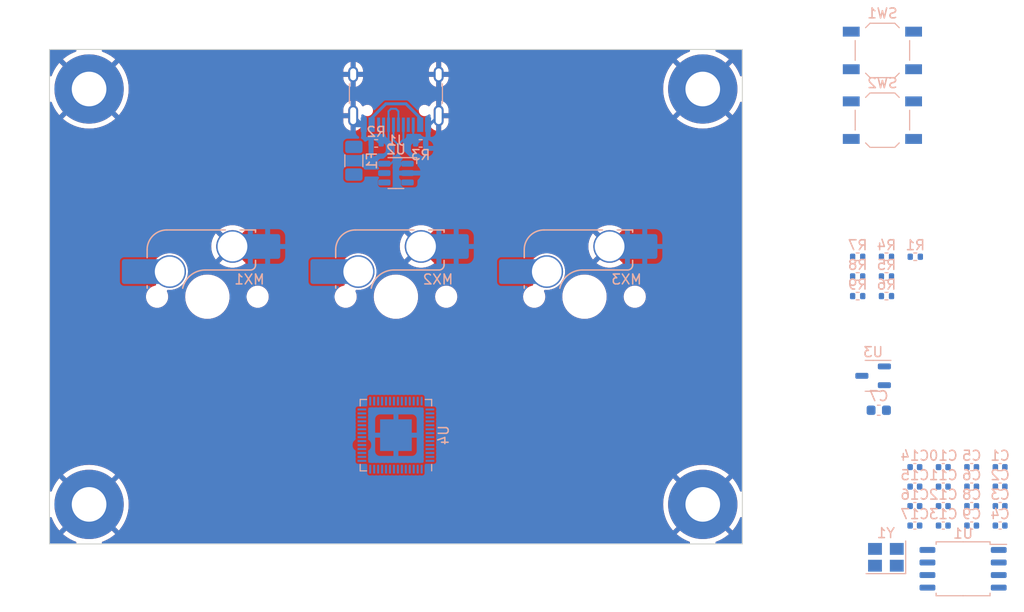
<source format=kicad_pcb>
(kicad_pcb (version 20221018) (generator pcbnew)
  (layers (0 "F.Cu" signal) (31 "B.Cu" signal) (34 "B.Paste" user) (35 "F.Paste" user) (36 "B.SilkS" user "B.Silkscreen") (37 "F.SilkS" user "F.Silkscreen") (38 "B.Mask" user) (39 "F.Mask" user) (44 "Edge.Cuts" user))
  (net 0 "")
  (net 1 "+1V1")
  (net 2 "GND")
  (net 3 "XIN")
  (net 4 "Net-(C3-Pad2)")
  (net 5 "+3V3")
  (net 6 "+5V")
  (net 7 "VBUS")
  (net 8 "Net-(J1-CC1)")
  (net 9 "D+")
  (net 10 "D-")
  (net 12 "Net-(J1-CC2)")
  (net 14 "K1")
  (net 15 "K2")
  (net 16 "K3")
  (net 17 "XOUT")
  (net 18 "RESET")
  (net 19 "Net-(R5-Pad1)")
  (net 20 "Q_SEL")
  (net 21 "Net-(R6-Pad2)")
  (net 22 "Net-(U4-USB_DP)")
  (net 23 "Net-(U4-USB_DM)")
  (net 24 "Q_IO1")
  (net 25 "Q_IO2")
  (net 26 "Q_IO0")
  (net 27 "Q_CLK")
  (net 28 "Q_IO3")
  (footprint "Capacitor_SMD:C_0402_1005Metric" (layer "B.Cu") (at 122.2326 72.199438 180)
    (fp_text reference "C9" (at 0 1.16) (layer "B.SilkS") (effects (justify mirror)))
    (fp_text value "100nF")
    (fp_line (start -0.107836 -0.36) (end 0.107836 -0.36) (stroke (width 0.12)) (layer "B.SilkS"))
    (fp_line (start -0.107836 0.36) (end 0.107836 0.36) (stroke (width 0.12)) (layer "B.SilkS"))
    (pad "1" smd roundrect (at -0.48 0 180) (size 0.56 0.62) (layers "B.Cu" "B.Paste" "B.Mask") (net 5 "+3V3"))
    (pad "2" smd roundrect (at 0.48 0 180) (size 0.56 0.62) (layers "B.Cu" "B.Paste" "B.Mask") (net 2 "GND"))
  )
  (footprint "Resistor_SMD:R_0402_1005Metric" (layer "B.Cu") (at 62.0626 33.559438 180)
    (fp_text reference "R2" (at 0 1.17) (layer "B.SilkS") (effects (justify mirror)))
    (fp_text value "5k1")
    (fp_line (start -0.153641 -0.38) (end 0.153641 -0.38) (stroke (width 0.12)) (layer "B.SilkS"))
    (fp_line (start -0.153641 0.38) (end 0.153641 0.38) (stroke (width 0.12)) (layer "B.SilkS"))
    (pad "1" smd roundrect (at -0.51 0 180) (size 0.54 0.64) (layers "B.Cu" "B.Paste" "B.Mask") (net 8 "Net-(J1-CC1)"))
    (pad "2" smd roundrect (at 0.51 0 180) (size 0.54 0.64) (layers "B.Cu" "B.Paste" "B.Mask") (net 2 "GND"))
  )
  (footprint "Resistor_SMD:R_0402_1005Metric" (layer "B.Cu") (at 110.7126 45.019438 180)
    (fp_text reference "R7" (at 0 1.17) (layer "B.SilkS") (effects (justify mirror)))
    (fp_text value "5k1")
    (fp_line (start -0.153641 -0.38) (end 0.153641 -0.38) (stroke (width 0.12)) (layer "B.SilkS"))
    (fp_line (start -0.153641 0.38) (end 0.153641 0.38) (stroke (width 0.12)) (layer "B.SilkS"))
    (pad "1" smd roundrect (at -0.51 0 180) (size 0.54 0.64) (layers "B.Cu" "B.Paste" "B.Mask") (net 21 "Net-(R6-Pad2)"))
    (pad "2" smd roundrect (at 0.51 0 180) (size 0.54 0.64) (layers "B.Cu" "B.Paste" "B.Mask") (net 20 "Q_SEL"))
  )
  (footprint "Resistor_SMD:R_0402_1005Metric" (layer "B.Cu") (at 113.6226 48.999438 180)
    (fp_text reference "R6" (at 0 1.17) (layer "B.SilkS") (effects (justify mirror)))
    (fp_text value "5k1")
    (fp_line (start -0.153641 -0.38) (end 0.153641 -0.38) (stroke (width 0.12)) (layer "B.SilkS"))
    (fp_line (start -0.153641 0.38) (end 0.153641 0.38) (stroke (width 0.12)) (layer "B.SilkS"))
    (pad "1" smd roundrect (at -0.51 0 180) (size 0.54 0.64) (layers "B.Cu" "B.Paste" "B.Mask") (net 5 "+3V3"))
    (pad "2" smd roundrect (at 0.51 0 180) (size 0.54 0.64) (layers "B.Cu" "B.Paste" "B.Mask") (net 21 "Net-(R6-Pad2)"))
  )
  (footprint "Capacitor_SMD:C_0402_1005Metric" (layer "B.Cu") (at 116.4926 66.289438 180)
    (fp_text reference "C14" (at 0 1.16) (layer "B.SilkS") (effects (justify mirror)))
    (fp_text value "100nF")
    (fp_line (start -0.107836 -0.36) (end 0.107836 -0.36) (stroke (width 0.12)) (layer "B.SilkS"))
    (fp_line (start -0.107836 0.36) (end 0.107836 0.36) (stroke (width 0.12)) (layer "B.SilkS"))
    (pad "1" smd roundrect (at -0.48 0 180) (size 0.56 0.62) (layers "B.Cu" "B.Paste" "B.Mask") (net 5 "+3V3"))
    (pad "2" smd roundrect (at 0.48 0 180) (size 0.56 0.62) (layers "B.Cu" "B.Paste" "B.Mask") (net 2 "GND"))
  )
  (footprint "Button_Switch_SMD:SW_SPST_TL3342" (layer "B.Cu") (at 113.2126 31.209438 180)
    (fp_text reference "SW2" (at 0 3.75) (layer "B.SilkS") (effects (justify mirror)))
    (fp_text value "SW_Push")
    (fp_line (start -2.75 1) (end -2.75 -1) (stroke (width 0.12)) (layer "B.SilkS"))
    (fp_line (start -1.7 -2.3) (end -1.25 -2.75) (stroke (width 0.12)) (layer "B.SilkS"))
    (fp_line (start -1.7 2.3) (end -1.25 2.75) (stroke (width 0.12)) (layer "B.SilkS"))
    (fp_line (start -1.25 -2.75) (end 1.25 -2.75) (stroke (width 0.12)) (layer "B.SilkS"))
    (fp_line (start -1.25 2.75) (end 1.25 2.75) (stroke (width 0.12)) (layer "B.SilkS"))
    (fp_line (start 1.7 -2.3) (end 1.25 -2.75) (stroke (width 0.12)) (layer "B.SilkS"))
    (fp_line (start 1.7 2.3) (end 1.25 2.75) (stroke (width 0.12)) (layer "B.SilkS"))
    (fp_line (start 2.75 1) (end 2.75 -1) (stroke (width 0.12)) (layer "B.SilkS"))
    (pad "1" smd rect (at -3.15 1.9 180) (size 1.7 1) (layers "B.Cu" "B.Paste" "B.Mask") (net 2 "GND"))
    (pad "1" smd rect (at 3.15 1.9 180) (size 1.7 1) (layers "B.Cu" "B.Paste" "B.Mask") (net 2 "GND"))
    (pad "2" smd rect (at -3.15 -1.9 180) (size 1.7 1) (layers "B.Cu" "B.Paste" "B.Mask") (net 19 "Net-(R5-Pad1)"))
    (pad "2" smd rect (at 3.15 -1.9 180) (size 1.7 1) (layers "B.Cu" "B.Paste" "B.Mask") (net 19 "Net-(R5-Pad1)"))
  )
  (footprint "Capacitor_SMD:C_0402_1005Metric" (layer "B.Cu") (at 119.3626 72.199438 180)
    (fp_text reference "C13" (at 0 1.16) (layer "B.SilkS") (effects (justify mirror)))
    (fp_text value "1uF")
    (fp_line (start -0.107836 -0.36) (end 0.107836 -0.36) (stroke (width 0.12)) (layer "B.SilkS"))
    (fp_line (start -0.107836 0.36) (end 0.107836 0.36) (stroke (width 0.12)) (layer "B.SilkS"))
    (pad "1" smd roundrect (at -0.48 0 180) (size 0.56 0.62) (layers "B.Cu" "B.Paste" "B.Mask") (net 6 "+5V"))
    (pad "2" smd roundrect (at 0.48 0 180) (size 0.56 0.62) (layers "B.Cu" "B.Paste" "B.Mask") (net 2 "GND"))
  )
  (footprint "Package_TO_SOT_SMD:SOT-23-3" (layer "B.Cu") (at 112.2726 57.059438 180)
    (fp_text reference "U3" (at 0 2.4) (layer "B.SilkS") (effects (justify mirror)))
    (fp_text value "XC6206P332MR")
    (fp_line (start 0 -1.56) (end -0.8 -1.56) (stroke (width 0.12)) (layer "B.SilkS"))
    (fp_line (start 0 -1.56) (end 0.8 -1.56) (stroke (width 0.12)) (layer "B.SilkS"))
    (fp_line (start 0 1.56) (end -1.8 1.56) (stroke (width 0.12)) (layer "B.SilkS"))
    (fp_line (start 0 1.56) (end 0.8 1.56) (stroke (width 0.12)) (layer "B.SilkS"))
    (pad "1" smd roundrect (at -1.1375 0.95 180) (size 1.325 0.6) (layers "B.Cu" "B.Paste" "B.Mask") (net 2 "GND"))
    (pad "2" smd roundrect (at -1.1375 -0.95 180) (size 1.325 0.6) (layers "B.Cu" "B.Paste" "B.Mask") (net 5 "+3V3"))
    (pad "3" smd roundrect (at 1.1375 0 180) (size 1.325 0.6) (layers "B.Cu" "B.Paste" "B.Mask") (net 6 "+5V"))
  )
  (footprint "Capacitor_SMD:C_0402_1005Metric" (layer "B.Cu") (at 116.4926 72.199438 180)
    (fp_text reference "C17" (at 0 1.16) (layer "B.SilkS") (effects (justify mirror)))
    (fp_text value "100nF")
    (fp_line (start -0.107836 -0.36) (end 0.107836 -0.36) (stroke (width 0.12)) (layer "B.SilkS"))
    (fp_line (start -0.107836 0.36) (end 0.107836 0.36) (stroke (width 0.12)) (layer "B.SilkS"))
    (pad "1" smd roundrect (at -0.48 0 180) (size 0.56 0.62) (layers "B.Cu" "B.Paste" "B.Mask") (net 5 "+3V3"))
    (pad "2" smd roundrect (at 0.48 0 180) (size 0.56 0.62) (layers "B.Cu" "B.Paste" "B.Mask") (net 2 "GND"))
  )
  (footprint "Resistor_SMD:R_0402_1005Metric" (layer "B.Cu") (at 113.6226 47.009438 180)
    (fp_text reference "R5" (at 0 1.17) (layer "B.SilkS") (effects (justify mirror)))
    (fp_text value "1k")
    (fp_line (start -0.153641 -0.38) (end 0.153641 -0.38) (stroke (width 0.12)) (layer "B.SilkS"))
    (fp_line (start -0.153641 0.38) (end 0.153641 0.38) (stroke (width 0.12)) (layer "B.SilkS"))
    (pad "1" smd roundrect (at -0.51 0 180) (size 0.54 0.64) (layers "B.Cu" "B.Paste" "B.Mask") (net 19 "Net-(R5-Pad1)"))
    (pad "2" smd roundrect (at 0.51 0 180) (size 0.54 0.64) (layers "B.Cu" "B.Paste" "B.Mask") (net 20 "Q_SEL"))
  )
  (footprint "Capacitor_SMD:C_0402_1005Metric" (layer "B.Cu") (at 122.2326 70.229438 180)
    (fp_text reference "C8" (at 0 1.16) (layer "B.SilkS") (effects (justify mirror)))
    (fp_text value "1uF")
    (fp_line (start -0.107836 -0.36) (end 0.107836 -0.36) (stroke (width 0.12)) (layer "B.SilkS"))
    (fp_line (start -0.107836 0.36) (end 0.107836 0.36) (stroke (width 0.12)) (layer "B.SilkS"))
    (pad "1" smd roundrect (at -0.48 0 180) (size 0.56 0.62) (layers "B.Cu" "B.Paste" "B.Mask") (net 5 "+3V3"))
    (pad "2" smd roundrect (at 0.48 0 180) (size 0.56 0.62) (layers "B.Cu" "B.Paste" "B.Mask") (net 2 "GND"))
  )
  (footprint "PCM_marbastlib-various:SOT-23-6-routable" (layer "B.Cu") (at 64.0626 36.559438 180)
    (fp_text reference "U2" (at 0 2.4) (layer "B.SilkS") (effects (justify mirror)))
    (fp_text value "SRV05-4")
    (fp_line (start -2.1 0.95) (end -2.1 1.56) (stroke (width 0.12)) (layer "B.SilkS"))
    (fp_line (start -2.1 1.56) (end 0.8 1.56) (stroke (width 0.12)) (layer "B.SilkS"))
    (fp_line (start 0 -1.56) (end -0.8 -1.56) (stroke (width 0.12)) (layer "B.SilkS"))
    (fp_line (start 0 -1.56) (end 0.8 -1.56) (stroke (width 0.12)) (layer "B.SilkS"))
    (pad "1" smd roundrect (at -1.175 0.95 180) (size 1.25 0.6) (layers "B.Cu" "B.Paste" "B.Mask") (net 9 "D+"))
    (pad "2" smd roundrect (at -1.175 0 180) (size 1.25 0.6) (layers "B.Cu" "B.Paste" "B.Mask") (net 2 "GND"))
    (pad "3" smd roundrect (at -1.175 -0.95 180) (size 1.25 0.6) (layers "B.Cu" "B.Paste" "B.Mask"))
    (pad "4" smd roundrect (at 1.175 -0.95 180) (size 1.25 0.6) (layers "B.Cu" "B.Paste" "B.Mask"))
    (pad "5" smd roundrect (at 1.175 0 180) (size 1.25 0.6) (layers "B.Cu" "B.Paste" "B.Mask") (net 6 "+5V"))
    (pad "6" smd roundrect (at 1.175 0.95 180) (size 1.25 0.6) (layers "B.Cu" "B.Paste" "B.Mask") (net 10 "D-"))
  )
  (footprint "Capacitor_SMD:C_0402_1005Metric" (layer "B.Cu") (at 119.3626 70.229438 180)
    (fp_text reference "C12" (at 0 1.16) (layer "B.SilkS") (effects (justify mirror)))
    (fp_text value "100nF")
    (fp_line (start -0.107836 -0.36) (end 0.107836 -0.36) (stroke (width 0.12)) (layer "B.SilkS"))
    (fp_line (start -0.107836 0.36) (end 0.107836 0.36) (stroke (width 0.12)) (layer "B.SilkS"))
    (pad "1" smd roundrect (at -0.48 0 180) (size 0.56 0.62) (layers "B.Cu" "B.Paste" "B.Mask") (net 5 "+3V3"))
    (pad "2" smd roundrect (at 0.48 0 180) (size 0.56 0.62) (layers "B.Cu" "B.Paste" "B.Mask") (net 2 "GND"))
  )
  (footprint "Fuse:Fuse_1206_3216Metric" (layer "B.Cu") (at 59.8126 35.309438 90)
    (fp_text reference "F1" (at 0 1.82 90) (layer "B.SilkS") (effects (justify mirror)))
    (fp_text value "500mA")
    (fp_line (start -0.602064 -0.91) (end 0.602064 -0.91) (stroke (width 0.12)) (layer "B.SilkS"))
    (fp_line (start -0.602064 0.91) (end 0.602064 0.91) (stroke (width 0.12)) (layer "B.SilkS"))
    (pad "1" smd roundrect (at -1.4 0 90) (size 1.25 1.75) (layers "B.Cu" "B.Paste" "B.Mask") (roundrect_rratio 0.2) (net 6 "+5V"))
    (pad "2" smd roundrect (at 1.4 0 90) (size 1.25 1.75) (layers "B.Cu" "B.Paste" "B.Mask") (roundrect_rratio 0.2) (net 7 "VBUS"))
  )
  (footprint "Capacitor_SMD:C_0402_1005Metric" (layer "B.Cu") (at 119.3626 68.259438 180)
    (fp_text reference "C11" (at 0 1.16) (layer "B.SilkS") (effects (justify mirror)))
    (fp_text value "100nF")
    (fp_line (start -0.107836 -0.36) (end 0.107836 -0.36) (stroke (width 0.12)) (layer "B.SilkS"))
    (fp_line (start -0.107836 0.36) (end 0.107836 0.36) (stroke (width 0.12)) (layer "B.SilkS"))
    (pad "1" smd roundrect (at -0.48 0 180) (size 0.56 0.62) (layers "B.Cu" "B.Paste" "B.Mask") (net 5 "+3V3"))
    (pad "2" smd roundrect (at 0.48 0 180) (size 0.56 0.62) (layers "B.Cu" "B.Paste" "B.Mask") (net 2 "GND"))
  )
  (footprint "MountingHole:MountingHole_3.5mm_Pad" (layer "B.Cu") (at 33.0626 28.059438 180)
    (fp_text reference "H1" hide)
    (fp_text value "Mounting Hole")
    (pad "1" thru_hole circle locked (at 0 0 180) (size 7 7) (drill 3.5) (layers "*.Cu" "*.Mask") (net 2 "GND"))
  )
  (footprint "Resistor_SMD:R_0402_1005Metric" (layer "B.Cu") (at 116.5326 45.019438 180)
    (fp_text reference "R1" (at 0 1.17) (layer "B.SilkS") (effects (justify mirror)))
    (fp_text value "1k")
    (fp_line (start -0.153641 -0.38) (end 0.153641 -0.38) (stroke (width 0.12)) (layer "B.SilkS"))
    (fp_line (start -0.153641 0.38) (end 0.153641 0.38) (stroke (width 0.12)) (layer "B.SilkS"))
    (pad "1" smd roundrect (at -0.51 0 180) (size 0.54 0.64) (layers "B.Cu" "B.Paste" "B.Mask") (net 4 "Net-(C3-Pad2)"))
    (pad "2" smd roundrect (at 0.51 0 180) (size 0.54 0.64) (layers "B.Cu" "B.Paste" "B.Mask") (net 17 "XOUT"))
  )
  (footprint "Resistor_SMD:R_0402_1005Metric" (layer "B.Cu") (at 113.6226 45.019438 180)
    (fp_text reference "R4" (at 0 1.17) (layer "B.SilkS") (effects (justify mirror)))
    (fp_text value "5k1")
    (fp_line (start -0.153641 -0.38) (end 0.153641 -0.38) (stroke (width 0.12)) (layer "B.SilkS"))
    (fp_line (start -0.153641 0.38) (end 0.153641 0.38) (stroke (width 0.12)) (layer "B.SilkS"))
    (pad "1" smd roundrect (at -0.51 0 180) (size 0.54 0.64) (layers "B.Cu" "B.Paste" "B.Mask") (net 5 "+3V3"))
    (pad "2" smd roundrect (at 0.51 0 180) (size 0.54 0.64) (layers "B.Cu" "B.Paste" "B.Mask") (net 18 "RESET"))
  )
  (footprint "Capacitor_SMD:C_0402_1005Metric" (layer "B.Cu") (at 122.2326 66.289438 180)
    (fp_text reference "C5" (at 0 1.16) (layer "B.SilkS") (effects (justify mirror)))
    (fp_text value "100nF")
    (fp_line (start -0.107836 -0.36) (end 0.107836 -0.36) (stroke (width 0.12)) (layer "B.SilkS"))
    (fp_line (start -0.107836 0.36) (end 0.107836 0.36) (stroke (width 0.12)) (layer "B.SilkS"))
    (pad "1" smd roundrect (at -0.48 0 180) (size 0.56 0.62) (layers "B.Cu" "B.Paste" "B.Mask") (net 1 "+1V1"))
    (pad "2" smd roundrect (at 0.48 0 180) (size 0.56 0.62) (layers "B.Cu" "B.Paste" "B.Mask") (net 2 "GND"))
  )
  (footprint "Capacitor_SMD:C_0402_1005Metric" (layer "B.Cu") (at 125.1026 68.259438 180)
    (fp_text reference "C2" (at 0 1.16) (layer "B.SilkS") (effects (justify mirror)))
    (fp_text value "22pF")
    (fp_line (start -0.107836 -0.36) (end 0.107836 -0.36) (stroke (width 0.12)) (layer "B.SilkS"))
    (fp_line (start -0.107836 0.36) (end 0.107836 0.36) (stroke (width 0.12)) (layer "B.SilkS"))
    (pad "1" smd roundrect (at -0.48 0 180) (size 0.56 0.62) (layers "B.Cu" "B.Paste" "B.Mask") (net 2 "GND"))
    (pad "2" smd roundrect (at 0.48 0 180) (size 0.56 0.62) (layers "B.Cu" "B.Paste" "B.Mask") (net 3 "XIN"))
  )
  (footprint "Resistor_SMD:R_0402_1005Metric" (layer "B.Cu") (at 110.7126 48.999438 180)
    (fp_text reference "R9" (at 0 1.17) (layer "B.SilkS") (effects (justify mirror)))
    (fp_text value "27")
    (fp_line (start -0.153641 -0.38) (end 0.153641 -0.38) (stroke (width 0.12)) (layer "B.SilkS"))
    (fp_line (start -0.153641 0.38) (end 0.153641 0.38) (stroke (width 0.12)) (layer "B.SilkS"))
    (pad "1" smd roundrect (at -0.51 0 180) (size 0.54 0.64) (layers "B.Cu" "B.Paste" "B.Mask") (net 10 "D-"))
    (pad "2" smd roundrect (at 0.51 0 180) (size 0.54 0.64) (layers "B.Cu" "B.Paste" "B.Mask") (net 23 "Net-(U4-USB_DM)"))
  )
  (footprint "Resistor_SMD:R_0402_1005Metric" (layer "B.Cu") (at 110.7126 47.009438 180)
    (fp_text reference "R8" (at 0 1.17) (layer "B.SilkS") (effects (justify mirror)))
    (fp_text value "27")
    (fp_line (start -0.153641 -0.38) (end 0.153641 -0.38) (stroke (width 0.12)) (layer "B.SilkS"))
    (fp_line (start -0.153641 0.38) (end 0.153641 0.38) (stroke (width 0.12)) (layer "B.SilkS"))
    (pad "1" smd roundrect (at -0.51 0 180) (size 0.54 0.64) (layers "B.Cu" "B.Paste" "B.Mask") (net 9 "D+"))
    (pad "2" smd roundrect (at 0.51 0 180) (size 0.54 0.64) (layers "B.Cu" "B.Paste" "B.Mask") (net 22 "Net-(U4-USB_DP)"))
  )
  (footprint "MountingHole:MountingHole_3.5mm_Pad" (layer "B.Cu") (at 95.0626 70.059438 180)
    (fp_text reference "H4" hide)
    (fp_text value "Mounting Hole")
    (pad "1" thru_hole circle locked (at 0 0 180) (size 7 7) (drill 3.5) (layers "*.Cu" "*.Mask") (net 2 "GND"))
  )
  (footprint "PCM_marbastlib-mx:SW_MX_HS_1u" (layer "B.Cu") (at 64.0626 49.059438 180)
    (fp_text reference "MX2" (at -4.25 1.75) (layer "B.SilkS") (effects (justify mirror)))
    (fp_text value "MX_SW_HS")
    (fp_line (start -4.864824 3.67022) (end -4.864824 3.20022) (stroke (width 0.15)) (layer "B.SilkS"))
    (fp_line (start -4.864824 6.75022) (end -4.864824 6.52022) (stroke (width 0.15)) (layer "B.SilkS"))
    (fp_line (start -4.364824 2.70022) (end 0.2 2.70022) (stroke (width 0.15)) (layer "B.SilkS"))
    (fp_line (start -3.314824 6.75022) (end -4.864824 6.75022) (stroke (width 0.15)) (layer "B.SilkS"))
    (fp_line (start 4.085176 6.75022) (end -1.814824 6.75022) (stroke (width 0.15)) (layer "B.SilkS"))
    (fp_line (start 6.085176 1.10022) (end 6.085176 0.86022) (stroke (width 0.15)) (layer "B.SilkS"))
    (fp_line (start 6.085176 3.95022) (end 6.085176 4.75022) (stroke (width 0.15)) (layer "B.SilkS"))
    (fp_arc (start -4.864824 3.20022) (mid -4.718377 2.846667) (end -4.364824 2.70022) (stroke (width 0.15)) (layer "B.SilkS"))
    (fp_arc (start 2.494322 0.86022) (mid 1.670693 2.183637) (end 0.2 2.70022) (stroke (width 0.15)) (layer "B.SilkS"))
    (fp_arc (start 6.085176 4.75022) (mid 5.499389 6.164432) (end 4.085176 6.75022) (stroke (width 0.15)) (layer "B.SilkS"))
    (pad "" np_thru_hole circle (at -5.08 0 180) (size 1.75 1.75) (drill 1.75) (layers "*.Cu" "*.Mask"))
    (pad "" np_thru_hole circle (at 0 0 180) (size 3.9878 3.9878) (drill 3.9878) (layers "*.Cu" "*.Mask"))
    (pad "" np_thru_hole circle (at 5.08 0 180) (size 1.75 1.75) (drill 1.75) (layers "*.Cu" "*.Mask"))
    (pad "1" thru_hole circle (at 3.81 2.54 180) (size 3.3 3.3) (drill 3) (layers "*.Cu" "*.Mask") (net 15 "K2"))
    (pad "1" smd rect (at 5.635 2.54) (size 1.65 2.5) (layers "B.Cu") (net 15 "K2"))
    (pad "1" smd roundrect (at 7.36 2.54 180) (size 2.55 2.5) (layers "B.Cu" "B.Paste" "B.Mask") (roundrect_rratio 0.1) (net 15 "K2"))
    (pad "2" smd roundrect (at -6.09 5.08 180) (size 2.55 2.5) (layers "B.Cu" "B.Paste" "B.Mask") (roundrect_rratio 0.1) (net 2 "GND"))
    (pad "2" smd rect (at -4.34 5.08 180) (size 1.65 2.5) (layers "B.Cu") (net 2 "GND"))
    (pad "2" thru_hole circle (at -2.54 5.08 180) (size 3.3 3.3) (drill 3) (layers "*.Cu" "*.Mask") (net 2 "GND"))
  )
  (footprint "Capacitor_SMD:C_0402_1005Metric" (layer "B.Cu") (at 125.1026 72.199438 180)
    (fp_text reference "C4" (at 0 1.16) (layer "B.SilkS") (effects (justify mirror)))
    (fp_text value "100nF")
    (fp_line (start -0.107836 -0.36) (end 0.107836 -0.36) (stroke (width 0.12)) (layer "B.SilkS"))
    (fp_line (start -0.107836 0.36) (end 0.107836 0.36) (stroke (width 0.12)) (layer "B.SilkS"))
    (pad "1" smd roundrect (at -0.48 0 180) (size 0.56 0.62) (layers "B.Cu" "B.Paste" "B.Mask") (net 1 "+1V1"))
    (pad "2" smd roundrect (at 0.48 0 180) (size 0.56 0.62) (layers "B.Cu" "B.Paste" "B.Mask") (net 2 "GND"))
  )
  (footprint "MountingHole:MountingHole_3.5mm_Pad" (layer "B.Cu") (at 95.0626 28.059438 180)
    (fp_text reference "H2" hide)
    (fp_text value "Mounting Hole")
    (pad "1" thru_hole circle locked (at 0 0 180) (size 7 7) (drill 3.5) (layers "*.Cu" "*.Mask") (net 2 "GND"))
  )
  (footprint "Crystal:Crystal_SMD_3225-4Pin_3.2x2.5mm" (layer "B.Cu") (at 113.5626 75.409438 180)
    (fp_text reference "Y1" (at 0 2.45) (layer "B.SilkS") (effects (justify mirror)))
    (fp_text value "12MHz")
    (fp_line (start -2 -1.65) (end 2 -1.65) (stroke (width 0.12)) (layer "B.SilkS"))
    (fp_line (start -2 1.65) (end -2 -1.65) (stroke (width 0.12)) (layer "B.SilkS"))
    (pad "1" smd rect (at -1.1 -0.85 180) (size 1.4 1.2) (layers "B.Cu" "B.Paste" "B.Mask") (net 4 "Net-(C3-Pad2)"))
    (pad "2" smd rect (at 1.1 -0.85 180) (size 1.4 1.2) (layers "B.Cu" "B.Paste" "B.Mask") (net 2 "GND"))
    (pad "3" smd rect (at 1.1 0.85 180) (size 1.4 1.2) (layers "B.Cu" "B.Paste" "B.Mask") (net 3 "XIN"))
    (pad "4" smd rect (at -1.1 0.85 180) (size 1.4 1.2) (layers "B.Cu" "B.Paste" "B.Mask") (net 2 "GND"))
  )
  (footprint "PCM_marbastlib-mx:SW_MX_HS_1u" (layer "B.Cu") (at 83.112616 49.059438 180)
    (fp_text reference "MX3" (at -4.25 1.75) (layer "B.SilkS") (effects (justify mirror)))
    (fp_text value "MX_SW_HS")
    (fp_line (start -4.864824 3.67022) (end -4.864824 3.20022) (stroke (width 0.15)) (layer "B.SilkS"))
    (fp_line (start -4.864824 6.75022) (end -4.864824 6.52022) (stroke (width 0.15)) (layer "B.SilkS"))
    (fp_line (start -4.364824 2.70022) (end 0.2 2.70022) (stroke (width 0.15)) (layer "B.SilkS"))
    (fp_line (start -3.314824 6.75022) (end -4.864824 6.75022) (stroke (width 0.15)) (layer "B.SilkS"))
    (fp_line (start 4.085176 6.75022) (end -1.814824 6.75022) (stroke (width 0.15)) (layer "B.SilkS"))
    (fp_line (start 6.085176 1.10022) (end 6.085176 0.86022) (stroke (width 0.15)) (layer "B.SilkS"))
    (fp_line (start 6.085176 3.95022) (end 6.085176 4.75022) (stroke (width 0.15)) (layer "B.SilkS"))
    (fp_arc (start -4.864824 3.20022) (mid -4.718377 2.846667) (end -4.364824 2.70022) (stroke (width 0.15)) (layer "B.SilkS"))
    (fp_arc (start 2.494322 0.86022) (mid 1.670693 2.183637) (end 0.2 2.70022) (stroke (width 0.15)) (layer "B.SilkS"))
    (fp_arc (start 6.085176 4.75022) (mid 5.499389 6.164432) (end 4.085176 6.75022) (stroke (width 0.15)) (layer "B.SilkS"))
    (pad "" np_thru_hole circle (at -5.08 0 180) (size 1.75 1.75) (drill 1.75) (layers "*.Cu" "*.Mask"))
    (pad "" np_thru_hole circle (at 0 0 180) (size 3.9878 3.9878) (drill 3.9878) (layers "*.Cu" "*.Mask"))
    (pad "" np_thru_hole circle (at 5.08 0 180) (size 1.75 1.75) (drill 1.75) (layers "*.Cu" "*.Mask"))
    (pad "1" thru_hole circle (at 3.81 2.54 180) (size 3.3 3.3) (drill 3) (layers "*.Cu" "*.Mask") (net 16 "K3"))
    (pad "1" smd rect (at 5.635 2.54) (size 1.65 2.5) (layers "B.Cu") (net 16 "K3"))
    (pad "1" smd roundrect (at 7.36 2.54 180) (size 2.55 2.5) (layers "B.Cu" "B.Paste" "B.Mask") (roundrect_rratio 0.1) (net 16 "K3"))
    (pad "2" smd roundrect (at -6.09 5.08 180) (size 2.55 2.5) (layers "B.Cu" "B.Paste" "B.Mask") (roundrect_rratio 0.1) (net 2 "GND"))
    (pad "2" smd rect (at -4.34 5.08 180) (size 1.65 2.5) (layers "B.Cu") (net 2 "GND"))
    (pad "2" thru_hole circle (at -2.54 5.08 180) (size 3.3 3.3) (drill 3) (layers "*.Cu" "*.Mask") (net 2 "GND"))
  )
  (footprint "Button_Switch_SMD:SW_SPST_TL3342" (layer "B.Cu") (at 113.2126 24.159438 180)
    (fp_text reference "SW1" (at 0 3.75) (layer "B.SilkS") (effects (justify mirror)))
    (fp_text value "SW_Push")
    (fp_line (start -2.75 1) (end -2.75 -1) (stroke (width 0.12)) (layer "B.SilkS"))
    (fp_line (start -1.7 -2.3) (end -1.25 -2.75) (stroke (width 0.12)) (layer "B.SilkS"))
    (fp_line (start -1.7 2.3) (end -1.25 2.75) (stroke (width 0.12)) (layer "B.SilkS"))
    (fp_line (start -1.25 -2.75) (end 1.25 -2.75) (stroke (width 0.12)) (layer "B.SilkS"))
    (fp_line (start -1.25 2.75) (end 1.25 2.75) (stroke (width 0.12)) (layer "B.SilkS"))
    (fp_line (start 1.7 -2.3) (end 1.25 -2.75) (stroke (width 0.12)) (layer "B.SilkS"))
    (fp_line (start 1.7 2.3) (end 1.25 2.75) (stroke (width 0.12)) (layer "B.SilkS"))
    (fp_line (start 2.75 1) (end 2.75 -1) (stroke (width 0.12)) (layer "B.SilkS"))
    (pad "1" smd rect (at -3.15 1.9 180) (size 1.7 1) (layers "B.Cu" "B.Paste" "B.Mask") (net 2 "GND"))
    (pad "1" smd rect (at 3.15 1.9 180) (size 1.7 1) (layers "B.Cu" "B.Paste" "B.Mask") (net 2 "GND"))
    (pad "2" smd rect (at -3.15 -1.9 180) (size 1.7 1) (layers "B.Cu" "B.Paste" "B.Mask") (net 18 "RESET"))
    (pad "2" smd rect (at 3.15 -1.9 180) (size 1.7 1) (layers "B.Cu" "B.Paste" "B.Mask") (net 18 "RESET"))
  )
  (footprint "Capacitor_SMD:C_0402_1005Metric" (layer "B.Cu") (at 116.4926 68.259438 180)
    (fp_text reference "C15" (at 0 1.16) (layer "B.SilkS") (effects (justify mirror)))
    (fp_text value "100nF")
    (fp_line (start -0.107836 -0.36) (end 0.107836 -0.36) (stroke (width 0.12)) (layer "B.SilkS"))
    (fp_line (start -0.107836 0.36) (end 0.107836 0.36) (stroke (width 0.12)) (layer "B.SilkS"))
    (pad "1" smd roundrect (at -0.48 0 180) (size 0.56 0.62) (layers "B.Cu" "B.Paste" "B.Mask") (net 5 "+3V3"))
    (pad "2" smd roundrect (at 0.48 0 180) (size 0.56 0.62) (layers "B.Cu" "B.Paste" "B.Mask") (net 2 "GND"))
  )
  (footprint "Package_DFN_QFN:QFN-56-1EP_7x7mm_P0.4mm_EP3.2x3.2mm" (layer "B.Cu") (at 64.0626 63.059438 90)
    (fp_text reference "U4" (at 0 4.82 90) (layer "B.SilkS") (effects (justify mirror)))
    (fp_text value "RP2040")
    (fp_line (start -3.61 -3.61) (end -3.61 -2.96) (stroke (width 0.12)) (layer "B.SilkS"))
    (fp_line (start -2.96 -3.61) (end -3.61 -3.61) (stroke (width 0.12)) (layer "B.SilkS"))
    (fp_line (start -2.96 3.61) (end -3.61 3.61) (stroke (width 0.12)) (layer "B.SilkS"))
    (fp_line (start 2.96 -3.61) (end 3.61 -3.61) (stroke (width 0.12)) (layer "B.SilkS"))
    (fp_line (start 2.96 3.61) (end 3.61 3.61) (stroke (width 0.12)) (layer "B.SilkS"))
    (fp_line (start 3.61 -3.61) (end 3.61 -2.96) (stroke (width 0.12)) (layer "B.SilkS"))
    (fp_line (start 3.61 3.61) (end 3.61 2.96) (stroke (width 0.12)) (layer "B.SilkS"))
    (pad "1" smd roundrect (at -3.4375 2.6 90) (size 0.875 0.2) (layers "B.Cu" "B.Paste" "B.Mask") (net 5 "+3V3"))
    (pad "2" smd roundrect (at -3.4375 2.2 90) (size 0.875 0.2) (layers "B.Cu" "B.Paste" "B.Mask"))
    (pad "3" smd roundrect (at -3.4375 1.8 90) (size 0.875 0.2) (layers "B.Cu" "B.Paste" "B.Mask"))
    (pad "4" smd roundrect (at -3.4375 1.4 90) (size 0.875 0.2) (layers "B.Cu" "B.Paste" "B.Mask"))
    (pad "5" smd roundrect (at -3.4375 1 90) (size 0.875 0.2) (layers "B.Cu" "B.Paste" "B.Mask"))
    (pad "6" smd roundrect (at -3.4375 0.6 90) (size 0.875 0.2) (layers "B.Cu" "B.Paste" "B.Mask"))
    (pad "7" smd roundrect (at -3.4375 0.2 90) (size 0.875 0.2) (layers "B.Cu" "B.Paste" "B.Mask"))
    (pad "8" smd roundrect (at -3.4375 -0.2 90) (size 0.875 0.2) (layers "B.Cu" "B.Paste" "B.Mask"))
    (pad "9" smd roundrect (at -3.4375 -0.6 90) (size 0.875 0.2) (layers "B.Cu" "B.Paste" "B.Mask"))
    (pad "10" smd roundrect (at -3.4375 -1 90) (size 0.875 0.2) (layers "B.Cu" "B.Paste" "B.Mask") (net 5 "+3V3"))
    (pad "11" smd roundrect (at -3.4375 -1.4 90) (size 0.875 0.2) (layers "B.Cu" "B.Paste" "B.Mask"))
    (pad "12" smd roundrect (at -3.4375 -1.8 90) (size 0.875 0.2) (layers "B.Cu" "B.Paste" "B.Mask"))
    (pad "13" smd roundrect (at -3.4375 -2.2 90) (size 0.875 0.2) (layers "B.Cu" "B.Paste" "B.Mask"))
    (pad "14" smd roundrect (at -3.4375 -2.6 90) (size 0.875 0.2) (layers "B.Cu" "B.Paste" "B.Mask"))
    (pad "15" smd roundrect (at -2.6 -3.4375 90) (size 0.2 0.875) (layers "B.Cu" "B.Paste" "B.Mask"))
    (pad "16" smd roundrect (at -2.2 -3.4375 90) (size 0.2 0.875) (layers "B.Cu" "B.Paste" "B.Mask"))
    (pad "17" smd roundrect (at -1.8 -3.4375 90) (size 0.2 0.875) (layers "B.Cu" "B.Paste" "B.Mask"))
    (pad "18" smd roundrect (at -1.4 -3.4375 90) (size 0.2 0.875) (layers "B.Cu" "B.Paste" "B.Mask"))
    (pad "19" smd roundrect (at -1 -3.4375 90) (size 0.2 0.875) (layers "B.Cu" "B.Paste" "B.Mask") (net 2 "GND"))
    (pad "20" smd roundrect (at -0.6 -3.4375 90) (size 0.2 0.875) (layers "B.Cu" "B.Paste" "B.Mask") (net 3 "XIN"))
    (pad "21" smd roundrect (at -0.2 -3.4375 90) (size 0.2 0.875) (layers "B.Cu" "B.Paste" "B.Mask") (net 17 "XOUT"))
    (pad "22" smd roundrect (at 0.2 -3.4375 90) (size 0.2 0.875) (layers "B.Cu" "B.Paste" "B.Mask") (net 5 "+3V3"))
    (pad "23" smd roundrect (at 0.6 -3.4375 90) (size 0.2 0.875) (layers "B.Cu" "B.Paste" "B.Mask") (net 1 "+1V1"))
    (pad "24" smd roundrect (at 1 -3.4375 90) (size 0.2 0.875) (layers "B.Cu" "B.Paste" "B.Mask"))
    (pad "25" smd roundrect (at 1.4 -3.4375 90) (size 0.2 0.875) (layers "B.Cu" "B.Paste" "B.Mask"))
    (pad "26" smd roundrect (at 1.8 -3.4375 90) (size 0.2 0.875) (layers "B.Cu" "B.Paste" "B.Mask") (net 18 "RESET"))
    (pad "27" smd roundrect (at 2.2 -3.4375 90) (size 0.2 0.875) (layers "B.Cu" "B.Paste" "B.Mask"))
    (pad "28" smd roundrect (at 2.6 -3.4375 90) (size 0.2 0.875) (layers "B.Cu" "B.Paste" "B.Mask"))
    (pad "29" smd roundrect (at 3.4375 -2.6 90) (size 0.875 0.2) (layers "B.Cu" "B.Paste" "B.Mask"))
    (pad "30" smd roundrect (at 3.4375 -2.2 90) (size 0.875 0.2) (layers "B.Cu" "B.Paste" "B.Mask"))
    (pad "31" smd roundrect (at 3.4375 -1.8 90) (size 0.875 0.2) (layers "B.Cu" "B.Paste" "B.Mask"))
    (pad "32" smd roundrect (at 3.4375 -1.4 90) (size 0.875 0.2) (layers "B.Cu" "B.Paste" "B.Mask"))
    (pad "33" smd roundrect (at 3.4375 -1 90) (size 0.875 0.2) (layers "B.Cu" "B.Paste" "B.Mask") (net 5 "+3V3"))
    (pad "34" smd roundrect (at 3.4375 -0.6 90) (size 0.875 0.2) (layers "B.Cu" "B.Paste" "B.Mask"))
    (pad "35" smd roundrect (at 3.4375 -0.2 90) (size 0.875 0.2) (layers "B.Cu" "B.Paste" "B.Mask") (net 14 "K1"))
    (pad "36" smd roundrect (at 3.4375 0.2 90) (size 0.875 0.2) (layers "B.Cu" "B.Paste" "B.Mask") (net 15 "K2"))
    (pad "37" smd roundrect (at 3.4375 0.6 90) (size 0.875 0.2) (layers "B.Cu" "B.Paste" "B.Mask") (net 16 "K3"))
    (pad "38" smd roundrect (at 3.4375 1 90) (size 0.875 0.2) (layers "B.Cu" "B.Paste" "B.Mask"))
    (pad "39" smd roundrect (at 3.4375 1.4 90) (size 0.875 0.2) (layers "B.Cu" "B.Paste" "B.Mask"))
    (pad "40" smd roundrect (at 3.4375 1.8 90) (size 0.875 0.2) (layers "B.Cu" "B.Paste" "B.Mask"))
    (pad "41" smd roundrect (at 3.4375 2.2 90) (size 0.875 0.2) (layers "B.Cu" "B.Paste" "B.Mask"))
    (pad "42" smd roundrect (at 3.4375 2.6 90) (size 0.875 0.2) (layers "B.Cu" "B.Paste" "B.Mask") (net 5 "+3V3"))
    (pad "43" smd roundrect (at 2.6 3.4375 90) (size 0.2 0.875) (layers "B.Cu" "B.Paste" "B.Mask") (net 5 "+3V3"))
    (pad "44" smd roundrect (at 2.2 3.4375 90) (size 0.2 0.875) (layers "B.Cu" "B.Paste" "B.Mask") (net 5 "+3V3"))
    (pad "45" smd roundrect (at 1.8 3.4375 90) (size 0.2 0.875) (layers "B.Cu" "B.Paste" "B.Mask") (net 1 "+1V1"))
    (pad "46" smd roundrect (at 1.4 3.4375 90) (size 0.2 0.875) (layers "B.Cu" "B.Paste" "B.Mask") (net 23 "Net-(U4-USB_DM)"))
    (pad "47" smd roundrect (at 1 3.4375 90) (size 0.2 0.875) (layers "B.Cu" "B.Paste" "B.Mask") (net 22 "Net-(U4-USB_DP)"))
    (pad "48" smd roundrect (at 0.6 3.4375 90) (size 0.2 0.875) (layers "B.Cu" "B.Paste" "B.Mask") (net 5 "+3V3"))
    (pad "49" smd roundrect (at 0.2 3.4375 90) (size 0.2 0.875) (layers "B.Cu" "B.Paste" "B.Mask") (net 5 "+3V3"))
    (pad "50" smd roundrect (at -0.2 3.4375 90) (size 0.2 0.875) (layers "B.Cu" "B.Paste" "B.Mask") (net 1 "+1V1"))
    (pad "51" smd roundrect (at -0.6 3.4375 90) (size 0.2 0.875) (layers "B.Cu" "B.Paste" "B.Mask") (net 28 "Q_IO3"))
    (pad "52" smd roundrect (at -1 3.4375 90) (size 0.2 0.875) (layers "B.Cu" "B.Paste" "B.Mask") (net 27 "Q_CLK"))
    (pad "53" smd roundrect (at -1.4 3.4375 90) (size 0.2 0.875) (layers "B.Cu" "B.Paste" "B.Mask") (net 26 "Q_IO0"))
    (pad "54" smd roundrect (at -1.8 3.4375 90) (size 0.2 0.875) (layers "B.Cu" "B.Paste" "B.Mask") (net 25 "Q_IO2"))
    (pad "55" smd roundrect (at -2.2 3.4375 90) (size 0.2 0.875) (layers "B.Cu" "B.Paste" "B.Mask") (net 24 "Q_IO1"))
    (pad "56" smd roundrect (at -2.6 3.4375 90) (size 0.2 0.875) (layers "B.Cu" "B.Paste" "B.Mask") (net 20 "Q_SEL"))
    (pad "57" smd rect (at 0 0 90) (size 3.2 3.2) (layers "B.Cu" "B.Mask") (net 2 "GND"))
  )
  (footprint "MountingHole:MountingHole_3.5mm_Pad" (layer "B.Cu") (at 33.0626 70.059438 180)
    (fp_text reference "H3" hide)
    (fp_text value "Mounting Hole")
    (pad "1" thru_hole circle locked (at 0 0 180) (size 7 7) (drill 3.5) (layers "*.Cu" "*.Mask") (net 2 "GND"))
  )
  (footprint "PCM_marbastlib-various:USB_C_Receptacle_HRO_TYPE-C-31-M-12" (layer "B.Cu") (at 64.0626 27.62817)
    (fp_text reference "J1" (at 0 5.645) (layer "B.SilkS") (effects (justify mirror)))
    (fp_text value "USB_C_Receptacle_USB2.0")
    (fp_line (start -4.7 1.9) (end -4.7 -0.1) (stroke (width 0.12)) (layer "B.SilkS"))
    (fp_line (start 4.7 1.9) (end 4.7 -0.1) (stroke (width 0.12)) (layer "B.SilkS"))
    (pad "" np_thru_hole circle locked (at -2.89 2.6) (size 0.65 0.65) (drill 0.65) (layers "*.Cu" "*.Mask"))
    (pad "" np_thru_hole circle locked (at 2.89 2.6) (size 0.65 0.65) (drill 0.65) (layers "*.Cu" "*.Mask"))
    (pad "A1" smd rect locked (at -3.25 4.045) (size 0.6 1.45) (layers "B.Cu" "B.Paste" "B.Mask") (net 2 "GND"))
    (pad "A4" smd rect locked (at -2.45 4.045) (size 0.6 1.45) (layers "B.Cu" "B.Paste" "B.Mask") (net 7 "VBUS"))
    (pad "A5" smd rect locked (at -1.25 4.045) (size 0.3 1.45) (layers "B.Cu" "B.Paste" "B.Mask") (net 8 "Net-(J1-CC1)"))
    (pad "A6" smd rect locked (at -0.25 4.045) (size 0.3 1.45) (layers "B.Cu" "B.Paste" "B.Mask") (net 9 "D+"))
    (pad "A7" smd rect locked (at 0.25 4.045) (size 0.3 1.45) (layers "B.Cu" "B.Paste" "B.Mask") (net 10 "D-"))
    (pad "A8" smd rect locked (at 1.25 4.045) (size 0.3 1.45) (layers "B.Cu" "B.Paste" "B.Mask"))
    (pad "A9" smd rect locked (at 2.45 4.045) (size 0.6 1.45) (layers "B.Cu" "B.Paste" "B.Mask") (net 7 "VBUS"))
    (pad "A12" smd rect locked (at 3.25 4.045) (size 0.6 1.45) (layers "B.Cu" "B.Paste" "B.Mask") (net 2 "GND"))
    (pad "B1" smd rect locked (at 3.25 4.045) (size 0.6 1.45) (layers "B.Cu" "B.Paste" "B.Mask") (net 2 "GND"))
    (pad "B4" smd rect locked (at 2.45 4.045) (size 0.6 1.45) (layers "B.Cu" "B.Paste" "B.Mask") (net 7 "VBUS"))
    (pad "B5" smd rect locked (at 1.75 4.045) (size 0.3 1.45) (layers "B.Cu" "B.Paste" "B.Mask") (net 12 "Net-(J1-CC2)"))
    (pad "B6" smd rect locked (at 0.75 4.045) (size 0.3 1.45) (layers "B.Cu" "B.Paste" "B.Mask") (net 9 "D+"))
    (pad "B7" smd rect locked (at -0.75 4.045) (size 0.3 1.45) (layers "B.Cu" "B.Paste" "B.Mask") (net 10 "D-"))
    (pad "B8" smd rect locked (at -1.75 4.045) (size 0.3 1.45) (layers "B.Cu" "B.Paste" "B.Mask"))
    (pad "B9" smd rect locked (at -2.45 4.045) (size 0.6 1.45) (layers "B.Cu" "B.Paste" "B.Mask") (net 7 "VBUS"))
    (pad "B12" smd rect locked (at -3.25 4.045) (size 0.6 1.45) (layers "B.Cu" "B.Paste" "B.Mask") (net 2 "GND"))
    (pad "S1" thru_hole oval locked (at -4.32 -1.05) (size 1 1.6) (drill oval 0.6 1.2) (layers "*.Cu" "*.Mask") (net 2 "GND"))
    (pad "S1" thru_hole oval locked (at -4.32 3.13) (size 1 2.1) (drill oval 0.6 1.7) (layers "*.Cu" "*.Mask") (net 2 "GND"))
    (pad "S1" thru_hole oval locked (at 4.32 -1.05) (size 1 1.6) (drill oval 0.6 1.2) (layers "*.Cu" "*.Mask") (net 2 "GND"))
    (pad "S1" thru_hole oval locked (at 4.32 3.13) (size 1 2.1) (drill oval 0.6 1.7) (layers "*.Cu" "*.Mask") (net 2 "GND"))
  )
  (footprint "Capacitor_SMD:C_0402_1005Metric" (layer "B.Cu") (at 119.3626 66.289438 180)
    (fp_text reference "C10" (at 0 1.16) (layer "B.SilkS") (effects (justify mirror)))
    (fp_text value "100nF")
    (fp_line (start -0.107836 -0.36) (end 0.107836 -0.36) (stroke (width 0.12)) (layer "B.SilkS"))
    (fp_line (start -0.107836 0.36) (end 0.107836 0.36) (stroke (width 0.12)) (layer "B.SilkS"))
    (pad "1" smd roundrect (at -0.48 0 180) (size 0.56 0.62) (layers "B.Cu" "B.Paste" "B.Mask") (net 5 "+3V3"))
    (pad "2" smd roundrect (at 0.48 0 180) (size 0.56 0.62) (layers "B.Cu" "B.Paste" "B.Mask") (net 2 "GND"))
  )
  (footprint "Capacitor_SMD:C_0603_1608Metric" (layer "B.Cu") (at 112.8426 60.539438 180)
    (fp_text reference "C7" (at 0 1.43) (layer "B.SilkS") (effects (justify mirror)))
    (fp_text value "10uF")
    (fp_line (start -0.14058 -0.51) (end 0.14058 -0.51) (stroke (width 0.12)) (layer "B.SilkS"))
    (fp_line (start -0.14058 0.51) (end 0.14058 0.51) (stroke (width 0.12)) (layer "B.SilkS"))
    (pad "1" smd roundrect (at -0.775 0 180) (size 0.9 0.95) (layers "B.Cu" "B.Paste" "B.Mask") (net 5 "+3V3"))
    (pad "2" smd roundrect (at 0.775 0 180) (size 0.9 0.95) (layers "B.Cu" "B.Paste" "B.Mask") (net 2 "GND"))
  )
  (footprint "Resistor_SMD:R_0402_1005Metric" (layer "B.Cu") (at 66.5626 33.559438)
    (fp_text reference "R3" (at 0 1.17) (layer "B.SilkS") (effects (justify mirror)))
    (fp_text value "5k1")
    (fp_line (start -0.153641 -0.38) (end 0.153641 -0.38) (stroke (width 0.12)) (layer "B.SilkS"))
    (fp_line (start -0.153641 0.38) (end 0.153641 0.38) (stroke (width 0.12)) (layer "B.SilkS"))
    (pad "1" smd roundrect (at -0.51 0) (size 0.54 0.64) (layers "B.Cu" "B.Paste" "B.Mask") (net 12 "Net-(J1-CC2)"))
    (pad "2" smd roundrect (at 0.51 0) (size 0.54 0.64) (layers "B.Cu" "B.Paste" "B.Mask") (net 2 "GND"))
  )
  (footprint "Capacitor_SMD:C_0402_1005Metric" (layer "B.Cu") (at 125.1026 70.229438 180)
    (fp_text reference "C3" (at 0 1.16) (layer "B.SilkS") (effects (justify mirror)))
    (fp_text value "22pF")
    (fp_line (start -0.107836 -0.36) (end 0.107836 -0.36) (stroke (width 0.12)) (layer "B.SilkS"))
    (fp_line (start -0.107836 0.36) (end 0.107836 0.36) (stroke (width 0.12)) (layer "B.SilkS"))
    (pad "1" smd roundrect (at -0.48 0 180) (size 0.56 0.62) (layers "B.Cu" "B.Paste" "B.Mask") (net 2 "GND"))
    (pad "2" smd roundrect (at 0.48 0 180) (size 0.56 0.62) (layers "B.Cu" "B.Paste" "B.Mask") (net 4 "Net-(C3-Pad2)"))
  )
  (footprint "Capacitor_SMD:C_0402_1005Metric" (layer "B.Cu") (at 122.2326 68.259438 180)
    (fp_text reference "C6" (at 0 1.16) (layer "B.SilkS") (effects (justify mirror)))
    (fp_text value "1uF")
    (fp_line (start -0.107836 -0.36) (end 0.107836 -0.36) (stroke (width 0.12)) (layer "B.SilkS"))
    (fp_line (start -0.107836 0.36) (end 0.107836 0.36) (stroke (width 0.12)) (layer "B.SilkS"))
    (pad "1" smd roundrect (at -0.48 0 180) (size 0.56 0.62) (layers "B.Cu" "B.Paste" "B.Mask") (net 5 "+3V3"))
    (pad "2" smd roundrect (at 0.48 0 180) (size 0.56 0.62) (layers "B.Cu" "B.Paste" "B.Mask") (net 2 "GND"))
  )
  (footprint "Capacitor_SMD:C_0402_1005Metric" (layer "B.Cu") (at 116.4926 70.229438 180)
    (fp_text reference "C16" (at 0 1.16) (layer "B.SilkS") (effects (justify mirror)))
    (fp_text value "1uF")
    (fp_line (start -0.107836 -0.36) (end 0.107836 -0.36) (stroke (width 0.12)) (layer "B.SilkS"))
    (fp_line (start -0.107836 0.36) (end 0.107836 0.36) (stroke (width 0.12)) (layer "B.SilkS"))
    (pad "1" smd roundrect (at -0.48 0 180) (size 0.56 0.62) (layers "B.Cu" "B.Paste" "B.Mask") (net 5 "+3V3"))
    (pad "2" smd roundrect (at 0.48 0 180) (size 0.56 0.62) (layers "B.Cu" "B.Paste" "B.Mask") (net 2 "GND"))
  )
  (footprint "Capacitor_SMD:C_0402_1005Metric" (layer "B.Cu") (at 125.1026 66.289438 180)
    (fp_text reference "C1" (at 0 1.16) (layer "B.SilkS") (effects (justify mirror)))
    (fp_text value "1uF")
    (fp_line (start -0.107836 -0.36) (end 0.107836 -0.36) (stroke (width 0.12)) (layer "B.SilkS"))
    (fp_line (start -0.107836 0.36) (end 0.107836 0.36) (stroke (width 0.12)) (layer "B.SilkS"))
    (pad "1" smd roundrect (at -0.48 0 180) (size 0.56 0.62) (layers "B.Cu" "B.Paste" "B.Mask") (net 1 "+1V1"))
    (pad "2" smd roundrect (at 0.48 0 180) (size 0.56 0.62) (layers "B.Cu" "B.Paste" "B.Mask") (net 2 "GND"))
  )
  (footprint "Package_SO:SOIC-8_5.23x5.23mm_P1.27mm" (layer "B.Cu") (at 121.3626 76.569438 180)
    (fp_text reference "U1" (at 0 3.56) (layer "B.SilkS") (effects (justify mirror)))
    (fp_text value "W25Q16JVSSIQ")
    (fp_line (start -2.725 -2.725) (end -2.725 -2.465) (stroke (width 0.12)) (layer "B.SilkS"))
    (fp_line (start -2.725 2.465) (end -4.4 2.465) (stroke (width 0.12)) (layer "B.SilkS"))
    (fp_line (start -2.725 2.725) (end -2.725 2.465) (stroke (width 0.12)) (layer "B.SilkS"))
    (fp_line (start 0 -2.725) (end -2.725 -2.725) (stroke (width 0.12)) (layer "B.SilkS"))
    (fp_line (start 0 -2.725) (end 2.725 -2.725) (stroke (width 0.12)) (layer "B.SilkS"))
    (fp_line (start 0 2.725) (end -2.725 2.725) (stroke (width 0.12)) (layer "B.SilkS"))
    (fp_line (start 0 2.725) (end 2.725 2.725) (stroke (width 0.12)) (layer "B.SilkS"))
    (fp_line (start 2.725 -2.725) (end 2.725 -2.465) (stroke (width 0.12)) (layer "B.SilkS"))
    (fp_line (start 2.725 2.725) (end 2.725 2.465) (stroke (width 0.12)) (layer "B.SilkS"))
    (pad "1" smd roundrect (at -3.6 1.905 180) (size 1.6 0.6) (layers "B.Cu" "B.Paste" "B.Mask") (net 20 "Q_SEL"))
    (pad "2" smd roundrect (at -3.6 0.635 180) (size 1.6 0.6) (layers "B.Cu" "B.Paste" "B.Mask") (net 24 "Q_IO1"))
    (pad "3" smd roundrect (at -3.6 -0.635 180) (size 1.6 0.6) (layers "B.Cu" "B.Paste" "B.Mask") (net 25 "Q_IO2"))
    (pad "4" smd roundrect (at -3.6 -1.905 180) (size 1.6 0.6) (layers "B.Cu" "B.Paste" "B.Mask") (net 2 "GND"))
    (pad "5" smd roundrect (at 3.6 -1.905 180) (size 1.6 0.6) (layers "B.Cu" "B.Paste" "B.Mask") (net 26 "Q_IO0"))
    (pad "6" smd roundrect (at 3.6 -0.635 180) (size 1.6 0.6) (layers "B.Cu" "B.Paste" "B.Mask") (net 27 "Q_CLK"))
    (pad "7" smd roundrect (at 3.6 0.635 180) (size 1.6 0.6) (layers "B.Cu" "B.Paste" "B.Mask") (net 28 "Q_IO3"))
    (pad "8" smd roundrect (at 3.6 1.905 180) (size 1.6 0.6) (layers "B.Cu" "B.Paste" "B.Mask") (net 5 "+3V3"))
  )
  (footprint "PCM_marbastlib-mx:SW_MX_HS_1u" (layer "B.Cu") (at 45.012584 49.059438 180)
    (fp_text reference "MX1" (at -4.25 1.75) (layer "B.SilkS") (effects (justify mirror)))
    (fp_text value "MX_SW_HS")
    (fp_line (start -4.864824 3.67022) (end -4.864824 3.20022) (stroke (width 0.15)) (layer "B.SilkS"))
    (fp_line (start -4.864824 6.75022) (end -4.864824 6.52022) (stroke (width 0.15)) (layer "B.SilkS"))
    (fp_line (start -4.364824 2.70022) (end 0.2 2.70022) (stroke (width 0.15)) (layer "B.SilkS"))
    (fp_line (start -3.314824 6.75022) (end -4.864824 6.75022) (stroke (width 0.15)) (layer "B.SilkS"))
    (fp_line (start 4.085176 6.75022) (end -1.814824 6.75022) (stroke (width 0.15)) (layer "B.SilkS"))
    (fp_line (start 6.085176 1.10022) (end 6.085176 0.86022) (stroke (width 0.15)) (layer "B.SilkS"))
    (fp_line (start 6.085176 3.95022) (end 6.085176 4.75022) (stroke (width 0.15)) (layer "B.SilkS"))
    (fp_arc (start -4.864824 3.20022) (mid -4.718377 2.846667) (end -4.364824 2.70022) (stroke (width 0.15)) (layer "B.SilkS"))
    (fp_arc (start 2.494322 0.86022) (mid 1.670693 2.183637) (end 0.2 2.70022) (stroke (width 0.15)) (layer "B.SilkS"))
    (fp_arc (start 6.085176 4.75022) (mid 5.499389 6.164432) (end 4.085176 6.75022) (stroke (width 0.15)) (layer "B.SilkS"))
    (pad "" np_thru_hole circle (at -5.08 0 180) (size 1.75 1.75) (drill 1.75) (layers "*.Cu" "*.Mask"))
    (pad "" np_thru_hole circle (at 0 0 180) (size 3.9878 3.9878) (drill 3.9878) (layers "*.Cu" "*.Mask"))
    (pad "" np_thru_hole circle (at 5.08 0 180) (size 1.75 1.75) (drill 1.75) (layers "*.Cu" "*.Mask"))
    (pad "1" thru_hole circle (at 3.81 2.54 180) (size 3.3 3.3) (drill 3) (layers "*.Cu" "*.Mask") (net 14 "K1"))
    (pad "1" smd rect (at 5.635 2.54) (size 1.65 2.5) (layers "B.Cu") (net 14 "K1"))
    (pad "1" smd roundrect (at 7.36 2.54 180) (size 2.55 2.5) (layers "B.Cu" "B.Paste" "B.Mask") (roundrect_rratio 0.1) (net 14 "K1"))
    (pad "2" smd roundrect (at -6.09 5.08 180) (size 2.55 2.5) (layers "B.Cu" "B.Paste" "B.Mask") (roundrect_rratio 0.1) (net 2 "GND"))
    (pad "2" smd rect (at -4.34 5.08 180) (size 1.65 2.5) (layers "B.Cu") (net 2 "GND"))
    (pad "2" thru_hole circle (at -2.54 5.08 180) (size 3.3 3.3) (drill 3) (layers "*.Cu" "*.Mask") (net 2 "GND"))
  )
  (gr_rect (start 29.0626 24.059438) (end 99.0626 74.059438) (stroke (width 0.1)) (fill none) (layer "Edge.Cuts"))
  (segment (start 67.3126 31.67317) (end 67.4676 31.67317) (width 0.3) (layer "B.Cu") (net 2))
  (segment (start 68.3826 30.75817) (end 68.3826 26.57817) (width 0.3) (layer "B.Cu") (net 2))
  (segment (start 60.6576 31.67317) (end 59.7426 30.75817) (width 0.3) (layer "B.Cu") (net 2))
  (segment (start 59.7426 30.75817) (end 59.7426 26.57817) (width 0.3) (layer "B.Cu") (net 2))
  (segment (start 67.4676 31.67317) (end 68.3826 30.75817) (width 0.3) (layer "B.Cu") (net 2))
  (segment (start 59.7426 26.57817) (end 68.3826 26.57817) (width 0.3) (layer "B.Cu") (net 2))
  (segment (start 60.8126 31.67317) (end 60.6576 31.67317) (width 0.3) (layer "B.Cu") (net 2))
  (segment (start 59.8126 36.709438) (end 59.9626 36.559438) (width 0.3) (layer "B.Cu") (net 6))
  (segment (start 66.5126 31.67317) (end 66.5126 30.992722) (width 0.3) (layer "B.Cu") (net 7))
  (segment (start 66.5126 30.992722) (end 65.079316 29.559438) (width 0.3) (layer "B.Cu") (net 7))
  (segment (start 65.079316 29.559438) (end 63.046623 29.559438) (width 0.3) (layer "B.Cu") (net 7))
  (segment (start 59.8126 33.909438) (end 59.8126 33.559438) (width 0.3) (layer "B.Cu") (net 7))
  (segment (start 63.046623 29.559438) (end 61.6126 30.993461) (width 0.3) (layer "B.Cu") (net 7))
  (segment (start 61.6126 30.993461) (end 61.6126 31.67317) (width 0.3) (layer "B.Cu") (net 7))
  (segment (start 62.8126 33.319438) (end 62.8126 31.67317) (width 0.2) (layer "B.Cu") (net 8))
  (segment (start 62.5726 33.559438) (end 62.8126 33.319438) (width 0.2) (layer "B.Cu") (net 8))
  (segment (start 65.2376 35.609438) (end 64.5876 35.609438) (width 0.2) (layer "B.Cu") (net 9))
  (segment (start 64.8126 31.67317) (end 64.8126 33.168752) (width 0.2) (layer "B.Cu") (net 9))
  (segment (start 64.2876 33.693752) (end 64.2876 34.559438) (width 0.2) (layer "B.Cu") (net 9))
  (segment (start 64.2876 35.309438) (end 64.2876 36.059438) (width 0.2) (layer "B.Cu") (net 9))
  (segment (start 64.8126 33.168752) (end 64.2876 33.693752) (width 0.2) (layer "B.Cu") (net 9))
  (segment (start 63.8126 33.218752) (end 64.2876 33.693752) (width 0.2) (layer "B.Cu") (net 9))
  (segment (start 64.2876 34.559438) (end 64.2876 35.309438) (width 0.2) (layer "B.Cu") (net 9))
  (segment (start 64.2876 34.659438) (end 64.2876 34.559438) (width 0.2) (layer "B.Cu") (net 9))
  (segment (start 64.5876 35.609438) (end 64.2876 35.309438) (width 0.2) (layer "B.Cu") (net 9))
  (segment (start 64.2876 35.934439) (end 64.2876 36.059438) (width 0.2) (layer "B.Cu") (net 9))
  (segment (start 64.2876 38.284438) (end 64.3126 38.309438) (width 0.2) (layer "B.Cu") (net 9))
  (segment (start 64.2876 36.059438) (end 64.2876 38.284438) (width 0.2) (layer "B.Cu") (net 9))
  (segment (start 65.2376 35.609438) (end 64.612601 35.609438) (width 0.2) (layer "B.Cu") (net 9))
  (segment (start 64.2876 34.659438) (end 64.3126 34.684438) (width 0.2) (layer "B.Cu") (net 9))
  (segment (start 63.8126 31.67317) (end 63.8126 33.218752) (width 0.2) (layer "B.Cu") (net 9))
  (segment (start 64.3126 30.309438) (end 64.3126 31.67317) (width 0.2) (layer "B.Cu") (net 10))
  (segment (start 64.0626 30.059438) (end 64.3126 30.309438) (width 0.2) (layer "B.Cu") (net 10))
  (segment (start 63.3126 31.67317) (end 63.3126 30.309438) (width 0.2) (layer "B.Cu") (net 10))
  (segment (start 63.5376 35.609438) (end 63.8376 35.309438) (width 0.2) (layer "B.Cu") (net 10))
  (segment (start 63.3126 31.67317) (end 63.3126 33.284438) (width 0.2) (layer "B.Cu") (net 10))
  (segment (start 63.8376 35.309438) (end 63.8376 36.059438) (width 0.2) (layer "B.Cu") (net 10))
  (segment (start 62.8876 35.609438) (end 63.512599 35.609438) (width 0.2) (layer "B.Cu") (net 10))
  (segment (start 63.8376 34.559438) (end 63.8376 35.309438) (width 0.2) (layer "B.Cu") (net 10))
  (segment (start 63.8376 36.059438) (end 63.8376 38.309438) (width 0.2) (layer "B.Cu") (net 10))
  (segment (start 62.8876 35.609438) (end 63.5376 35.609438) (width 0.2) (layer "B.Cu") (net 10))
  (segment (start 63.3126 33.284438) (end 63.8376 33.809438) (width 0.2) (layer "B.Cu") (net 10))
  (segment (start 63.5626 30.059438) (end 64.0626 30.059438) (width 0.2) (layer "B.Cu") (net 10))
  (segment (start 63.8376 35.934439) (end 63.8376 36.059438) (width 0.2) (layer "B.Cu") (net 10))
  (segment (start 63.8376 34.559438) (end 63.8376 33.809438) (width 0.2) (layer "B.Cu") (net 10))
  (segment (start 63.3126 30.309438) (end 63.5626 30.059438) (width 0.2) (layer "B.Cu") (net 10))
  (segment (start 66.0526 33.559438) (end 65.8126 33.319438) (width 0.2) (layer "B.Cu") (net 12))
  (segment (start 65.8126 33.319438) (end 65.8126 31.67317) (width 0.2) (layer "B.Cu") (net 12))
  (zone (net 2) (net_name "GND") (layers "F&B.Cu") (name "PCB Spacer") (connect_pads (clearance 0)) (min_thickness 0.25) (fill yes (thermal_gap 0.5) (thermal_bridge_width 0.5))
    (polygon (pts (xy 24.0626 19.059438) (xy 104.0626 19.059438) (xy 104.0626 79.059438) (xy 24.0626 79.059438)))
  )
)
</source>
